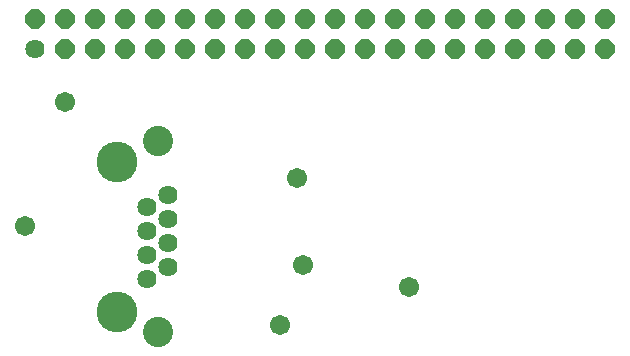
<source format=gbr>
G04 EAGLE Gerber X2 export*
%TF.Part,Single*%
%TF.FileFunction,Soldermask,Bot,1*%
%TF.FilePolarity,Negative*%
%TF.GenerationSoftware,Autodesk,EAGLE,8.6.3*%
%TF.CreationDate,2019-03-24T10:24:13Z*%
G75*
%MOMM*%
%FSLAX34Y34*%
%LPD*%
%AMOC8*
5,1,8,0,0,1.08239X$1,22.5*%
G01*
%ADD10C,1.625600*%
%ADD11P,1.759533X8X22.500000*%
%ADD12C,3.454400*%
%ADD13C,2.565400*%
%ADD14C,1.703200*%


D10*
X28100Y269600D03*
D11*
X28100Y295000D03*
X53500Y269600D03*
X53500Y295000D03*
X78900Y269600D03*
X78900Y295000D03*
X104300Y269600D03*
X104300Y295000D03*
X129700Y269600D03*
X129700Y295000D03*
X155100Y269600D03*
X155100Y295000D03*
X180500Y269600D03*
X180500Y295000D03*
X205900Y269600D03*
X205900Y295000D03*
X231300Y269600D03*
X231300Y295000D03*
X256700Y269600D03*
X256700Y295000D03*
X282100Y269600D03*
X282100Y295000D03*
X307500Y269600D03*
X307500Y295000D03*
X332900Y269600D03*
X332900Y295000D03*
X358300Y269600D03*
X358300Y295000D03*
X383700Y269600D03*
X383700Y295000D03*
X409100Y269600D03*
X409100Y295000D03*
X434500Y269600D03*
X434500Y295000D03*
X459900Y269600D03*
X459900Y295000D03*
X485300Y269600D03*
X485300Y295000D03*
X510700Y269600D03*
X510700Y295000D03*
D12*
X98100Y47100D03*
X98100Y174100D03*
D10*
X123500Y75040D03*
X141280Y85200D03*
X123500Y95360D03*
X141280Y105520D03*
X123500Y115680D03*
X141280Y125840D03*
X123500Y136000D03*
X141280Y146160D03*
D13*
X132390Y191626D03*
X132390Y29574D03*
D14*
X250000Y160000D03*
X20000Y120000D03*
X345000Y68000D03*
X54000Y225000D03*
X255000Y87000D03*
X236000Y36000D03*
M02*

</source>
